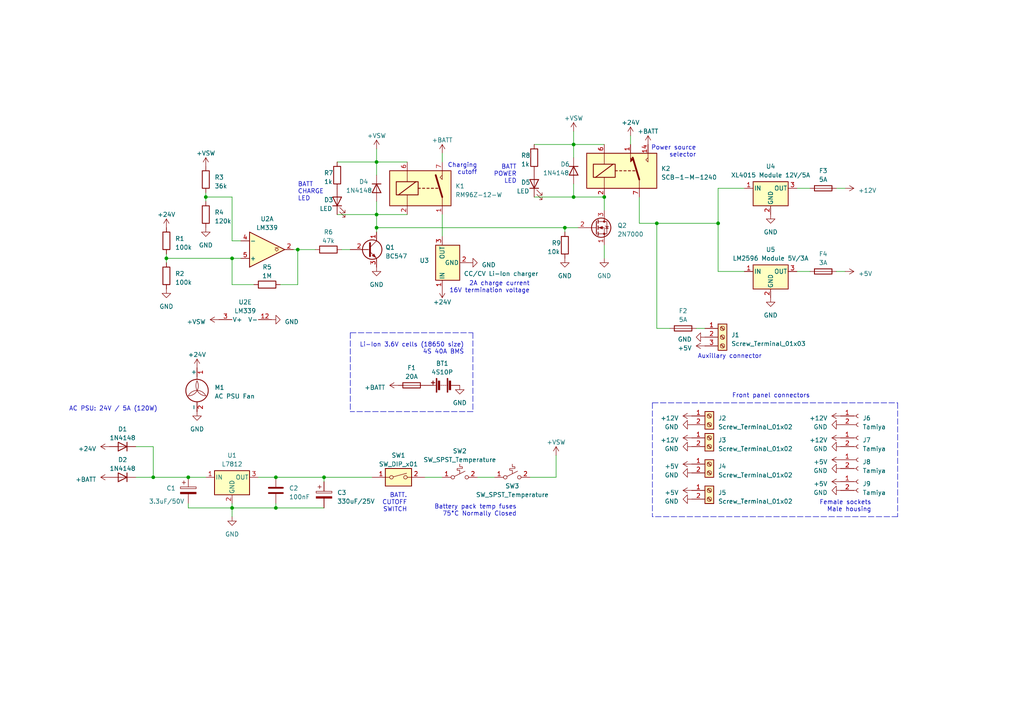
<source format=kicad_sch>
(kicad_sch (version 20210126) (generator eeschema)
  (paper "A4")
  (title_block (title "Secondlife UPS C40") (date "2021-04-10") (rev "rev 1") (company "SHILL.GQ") (comment 1 "AC PSU 24V / 5A (120W) connected to +24V"))
  (lib_symbols
    (symbol "Comparator:LM339" (pin_names (offset 0.127))
      (property "Reference" "U" (at 0 5.08 0))
      (property "Value" "LM339" (at 0 -5.08 0))
      (symbol "LM339_1_1"
        (polyline (pts (xy 3.302 -0.508) (xy 2.794 -0.508) (xy 3.302 0) (xy 2.794 0.508) (xy 2.286 0) (xy 2.794 -0.508) (xy 2.286 -0.508)) (stroke (width 0.127)))
        (polyline (pts (xy -5.08 5.08) (xy 5.08 0) (xy -5.08 -5.08) (xy -5.08 5.08)) (stroke (width 0.254)) (fill (type background)))
        (pin open_collector line (at 7.62 0 180) (length 2.54) (name "~") (number "2"))
        (pin input line (at -7.62 -2.54 0) (length 2.54) (name "-") (number "4"))
        (pin input line (at -7.62 2.54 0) (length 2.54) (name "+") (number "5"))
      )
      (symbol "LM339_2_1"
        (polyline (pts (xy 3.302 -0.508) (xy 2.794 -0.508) (xy 3.302 0) (xy 2.794 0.508) (xy 2.286 0) (xy 2.794 -0.508) (xy 2.286 -0.508)) (stroke (width 0.127)))
        (polyline (pts (xy -5.08 5.08) (xy 5.08 0) (xy -5.08 -5.08) (xy -5.08 5.08)) (stroke (width 0.254)) (fill (type background)))
        (pin open_collector line (at 7.62 0 180) (length 2.54) (name "~") (number "1"))
        (pin input line (at -7.62 -2.54 0) (length 2.54) (name "-") (number "6"))
        (pin input line (at -7.62 2.54 0) (length 2.54) (name "+") (number "7"))
      )
      (symbol "LM339_3_1"
        (polyline (pts (xy 3.302 -0.508) (xy 2.794 -0.508) (xy 3.302 0) (xy 2.794 0.508) (xy 2.286 0) (xy 2.794 -0.508) (xy 2.286 -0.508)) (stroke (width 0.127)))
        (polyline (pts (xy -5.08 5.08) (xy 5.08 0) (xy -5.08 -5.08) (xy -5.08 5.08)) (stroke (width 0.254)) (fill (type background)))
        (pin input line (at -7.62 -2.54 0) (length 2.54) (name "-") (number "10"))
        (pin input line (at -7.62 2.54 0) (length 2.54) (name "+") (number "11"))
        (pin open_collector line (at 7.62 0 180) (length 2.54) (name "~") (number "13"))
      )
      (symbol "LM339_4_1"
        (polyline (pts (xy 3.302 -0.508) (xy 2.794 -0.508) (xy 3.302 0) (xy 2.794 0.508) (xy 2.286 0) (xy 2.794 -0.508) (xy 2.286 -0.508)) (stroke (width 0.127)))
        (polyline (pts (xy -5.08 5.08) (xy 5.08 0) (xy -5.08 -5.08) (xy -5.08 5.08)) (stroke (width 0.254)) (fill (type background)))
        (pin open_collector line (at 7.62 0 180) (length 2.54) (name "~") (number "14"))
        (pin input line (at -7.62 -2.54 0) (length 2.54) (name "-") (number "8"))
        (pin input line (at -7.62 2.54 0) (length 2.54) (name "+") (number "9"))
      )
      (symbol "LM339_5_1"
        (pin power_in line (at -2.54 -7.62 90) (length 3.81) (name "V-") (number "12"))
        (pin power_in line (at -2.54 7.62 270) (length 3.81) (name "V+") (number "3"))
      )
    )
    (symbol "Connector:Conn_01x02_Female" (pin_names (offset 1.016) hide)
      (property "Reference" "J" (at 0 2.54 0))
      (property "Value" "Conn_01x02_Female" (at 0 -5.08 0))
      (symbol "Conn_01x02_Female_1_1"
        (arc (start 0 -2.032) (end 0 -3.048) (radius (at 0 -2.54) (length 0.508) (angles 90.1 -90.1)) (stroke (width 0.1524)))
        (arc (start 0 0.508) (end 0 -0.508) (radius (at 0 0) (length 0.508) (angles 90.1 -90.1)) (stroke (width 0.1524)))
        (polyline (pts (xy -1.27 -2.54) (xy -0.508 -2.54)) (stroke (width 0.1524)))
        (polyline (pts (xy -1.27 0) (xy -0.508 0)) (stroke (width 0.1524)))
        (pin passive line (at -5.08 0 0) (length 3.81) (name "Pin_1") (number "1"))
        (pin passive line (at -5.08 -2.54 0) (length 3.81) (name "Pin_2") (number "2"))
      )
    )
    (symbol "Connector:Screw_Terminal_01x02" (pin_names (offset 1.016) hide)
      (property "Reference" "J" (at 0 2.54 0))
      (property "Value" "Screw_Terminal_01x02" (at 0 -5.08 0))
      (symbol "Screw_Terminal_01x02_1_1"
        (circle (center 0 -2.54) (radius 0.635) (stroke (width 0.1524)))
        (circle (center 0 0) (radius 0.635) (stroke (width 0.1524)))
        (rectangle (start -1.27 1.27) (end 1.27 -3.81) (stroke (width 0.254)) (fill (type background)))
        (polyline (pts (xy -0.5334 -2.2098) (xy 0.3302 -3.048)) (stroke (width 0.1524)))
        (polyline (pts (xy -0.5334 0.3302) (xy 0.3302 -0.508)) (stroke (width 0.1524)))
        (polyline (pts (xy -0.3556 -2.032) (xy 0.508 -2.8702)) (stroke (width 0.1524)))
        (polyline (pts (xy -0.3556 0.508) (xy 0.508 -0.3302)) (stroke (width 0.1524)))
        (pin passive line (at -5.08 0 0) (length 3.81) (name "Pin_1") (number "1"))
        (pin passive line (at -5.08 -2.54 0) (length 3.81) (name "Pin_2") (number "2"))
      )
    )
    (symbol "Connector:Screw_Terminal_01x03" (pin_names (offset 1.016) hide)
      (property "Reference" "J" (at 0 5.08 0))
      (property "Value" "Screw_Terminal_01x03" (at 0 -5.08 0))
      (symbol "Screw_Terminal_01x03_1_1"
        (circle (center 0 -2.54) (radius 0.635) (stroke (width 0.1524)))
        (circle (center 0 0) (radius 0.635) (stroke (width 0.1524)))
        (circle (center 0 2.54) (radius 0.635) (stroke (width 0.1524)))
        (rectangle (start -1.27 3.81) (end 1.27 -3.81) (stroke (width 0.254)) (fill (type background)))
        (polyline (pts (xy -0.5334 -2.2098) (xy 0.3302 -3.048)) (stroke (width 0.1524)))
        (polyline (pts (xy -0.5334 0.3302) (xy 0.3302 -0.508)) (stroke (width 0.1524)))
        (polyline (pts (xy -0.5334 2.8702) (xy 0.3302 2.032)) (stroke (width 0.1524)))
        (polyline (pts (xy -0.3556 -2.032) (xy 0.508 -2.8702)) (stroke (width 0.1524)))
        (polyline (pts (xy -0.3556 0.508) (xy 0.508 -0.3302)) (stroke (width 0.1524)))
        (polyline (pts (xy -0.3556 3.048) (xy 0.508 2.2098)) (stroke (width 0.1524)))
        (pin passive line (at -5.08 2.54 0) (length 3.81) (name "Pin_1") (number "1"))
        (pin passive line (at -5.08 0 0) (length 3.81) (name "Pin_2") (number "2"))
        (pin passive line (at -5.08 -2.54 0) (length 3.81) (name "Pin_3") (number "3"))
      )
    )
    (symbol "Device:Battery" (pin_numbers hide) (pin_names (offset 0) hide)
      (property "Reference" "BT" (at 2.54 2.54 0))
      (property "Value" "Battery" (at 2.54 0 0))
      (symbol "Battery_0_1"
        (rectangle (start -2.032 -1.397) (end 2.032 -1.651) (fill (type outline)))
        (rectangle (start -2.032 1.778) (end 2.032 1.524) (fill (type outline)))
        (rectangle (start -1.3208 -1.9812) (end 1.27 -2.4892) (fill (type outline)))
        (rectangle (start -1.3208 1.1938) (end 1.27 0.6858) (fill (type outline)))
        (polyline (pts (xy 0 -1.524) (xy 0 -1.27)))
        (polyline (pts (xy 0 -1.016) (xy 0 -0.762)))
        (polyline (pts (xy 0 -0.508) (xy 0 -0.254)))
        (polyline (pts (xy 0 0) (xy 0 0.254)))
        (polyline (pts (xy 0 0.508) (xy 0 0.762)))
        (polyline (pts (xy 0 1.778) (xy 0 2.54)))
        (polyline (pts (xy 0.254 2.667) (xy 1.27 2.667)) (stroke (width 0.254)))
        (polyline (pts (xy 0.762 3.175) (xy 0.762 2.159)) (stroke (width 0.254)))
      )
      (symbol "Battery_1_1"
        (pin passive line (at 0 5.08 270) (length 2.54) (name "+") (number "1"))
        (pin passive line (at 0 -5.08 90) (length 2.54) (name "-") (number "2"))
      )
    )
    (symbol "Device:C" (pin_numbers hide) (pin_names (offset 0.254))
      (property "Reference" "C" (at 0.635 2.54 0))
      (property "Value" "C" (at 0.635 -2.54 0))
      (symbol "C_0_1"
        (polyline (pts (xy -2.032 -0.762) (xy 2.032 -0.762)) (stroke (width 0.508)))
        (polyline (pts (xy -2.032 0.762) (xy 2.032 0.762)) (stroke (width 0.508)))
      )
      (symbol "C_1_1"
        (pin passive line (at 0 3.81 270) (length 2.794) (name "~") (number "1"))
        (pin passive line (at 0 -3.81 90) (length 2.794) (name "~") (number "2"))
      )
    )
    (symbol "Device:C_Polarized" (pin_numbers hide) (pin_names (offset 0.254))
      (property "Reference" "C" (at 0.635 2.54 0))
      (property "Value" "C_Polarized" (at 0.635 -2.54 0))
      (symbol "C_Polarized_0_1"
        (rectangle (start -2.286 0.508) (end 2.286 1.016))
        (rectangle (start 2.286 -0.508) (end -2.286 -1.016) (fill (type outline)))
        (polyline (pts (xy -1.778 2.286) (xy -0.762 2.286)))
        (polyline (pts (xy -1.27 2.794) (xy -1.27 1.778)))
      )
      (symbol "C_Polarized_1_1"
        (pin passive line (at 0 3.81 270) (length 2.794) (name "~") (number "1"))
        (pin passive line (at 0 -3.81 90) (length 2.794) (name "~") (number "2"))
      )
    )
    (symbol "Device:Fuse" (pin_numbers hide) (pin_names (offset 0))
      (property "Reference" "F" (at 2.032 0 90))
      (property "Value" "Fuse" (at -1.905 0 90))
      (symbol "Fuse_0_1"
        (rectangle (start -0.762 -2.54) (end 0.762 2.54) (stroke (width 0.254)))
        (polyline (pts (xy 0 2.54) (xy 0 -2.54)))
      )
      (symbol "Fuse_1_1"
        (pin passive line (at 0 3.81 270) (length 1.27) (name "~") (number "1"))
        (pin passive line (at 0 -3.81 90) (length 1.27) (name "~") (number "2"))
      )
    )
    (symbol "Device:LED" (pin_numbers hide) (pin_names (offset 1.016) hide)
      (property "Reference" "D" (at 0 2.54 0))
      (property "Value" "LED" (at 0 -2.54 0))
      (symbol "LED_0_1"
        (polyline (pts (xy -1.27 -1.27) (xy -1.27 1.27)) (stroke (width 0.254)))
        (polyline (pts (xy -1.27 0) (xy 1.27 0)))
        (polyline (pts (xy 1.27 -1.27) (xy 1.27 1.27) (xy -1.27 0) (xy 1.27 -1.27)) (stroke (width 0.254)))
        (polyline (pts (xy -3.048 -0.762) (xy -4.572 -2.286) (xy -3.81 -2.286) (xy -4.572 -2.286) (xy -4.572 -1.524)))
        (polyline (pts (xy -1.778 -0.762) (xy -3.302 -2.286) (xy -2.54 -2.286) (xy -3.302 -2.286) (xy -3.302 -1.524)))
      )
      (symbol "LED_1_1"
        (pin passive line (at -3.81 0 0) (length 2.54) (name "K") (number "1"))
        (pin passive line (at 3.81 0 180) (length 2.54) (name "A") (number "2"))
      )
    )
    (symbol "Device:R" (pin_numbers hide) (pin_names (offset 0))
      (property "Reference" "R" (at 2.032 0 90))
      (property "Value" "R" (at 0 0 90))
      (symbol "R_0_1"
        (rectangle (start -1.016 -2.54) (end 1.016 2.54) (stroke (width 0.254)))
      )
      (symbol "R_1_1"
        (pin passive line (at 0 3.81 270) (length 1.27) (name "~") (number "1"))
        (pin passive line (at 0 -3.81 90) (length 1.27) (name "~") (number "2"))
      )
    )
    (symbol "Diode:1N4148" (pin_numbers hide) (pin_names (offset 1.016) hide)
      (property "Reference" "D" (at 0 2.54 0))
      (property "Value" "1N4148" (at 0 -2.54 0))
      (symbol "1N4148_0_1"
        (polyline (pts (xy -1.27 1.27) (xy -1.27 -1.27)) (stroke (width 0.254)))
        (polyline (pts (xy 1.27 0) (xy -1.27 0)))
        (polyline (pts (xy 1.27 1.27) (xy 1.27 -1.27) (xy -1.27 0) (xy 1.27 1.27)) (stroke (width 0.254)))
      )
      (symbol "1N4148_1_1"
        (pin passive line (at -3.81 0 0) (length 2.54) (name "K") (number "1"))
        (pin passive line (at 3.81 0 180) (length 2.54) (name "A") (number "2"))
      )
    )
    (symbol "Motor:Fan" (pin_names (offset 0))
      (property "Reference" "M" (at 2.54 5.08 0))
      (property "Value" "Fan" (at 2.54 -2.54 0))
      (symbol "Fan_0_1"
        (arc (start 0 3.81) (end -2.54 -0.508) (radius (at -2.4892 2.3876) (length 2.8702) (angles 29.7 -91)))
        (arc (start -2.54 -0.508) (end 2.54 -0.508) (radius (at 0 -1.778) (length 2.8448) (angles 153.4 26.6)))
        (arc (start 2.54 -0.508) (end 0 3.81) (radius (at 2.6162 2.413) (length 2.921) (angles -91.5 151.9)))
        (circle (center 0 1.016) (radius 3.2512) (stroke (width 0.254)))
        (polyline (pts (xy 0 -5.08) (xy 0 -4.572)))
        (polyline (pts (xy 0 -2.2352) (xy 0 -2.6416)))
        (polyline (pts (xy 0 4.2672) (xy 0 4.6228)))
        (polyline (pts (xy 0 4.572) (xy 0 5.08)))
      )
      (symbol "Fan_1_1"
        (pin passive line (at 0 7.62 270) (length 2.54) (name "+") (number "1"))
        (pin passive line (at 0 -5.08 90) (length 2.54) (name "-") (number "2"))
      )
    )
    (symbol "Regulator_Linear:L7812" (pin_names (offset 0.254))
      (property "Reference" "U" (at -3.81 3.175 0))
      (property "Value" "L7812" (at 0 3.175 0))
      (symbol "L7812_0_1"
        (rectangle (start -5.08 1.905) (end 5.08 -5.08) (stroke (width 0.254)) (fill (type background)))
      )
      (symbol "L7812_1_1"
        (pin power_in line (at -7.62 0 0) (length 2.54) (name "IN") (number "1"))
        (pin power_in line (at 0 -7.62 90) (length 2.54) (name "GND") (number "2"))
        (pin power_out line (at 7.62 0 180) (length 2.54) (name "OUT") (number "3"))
      )
    )
    (symbol "Regulator_Switching:R-78E15-0.5" (pin_names (offset 0.254))
      (property "Reference" "U" (at -3.81 3.175 0))
      (property "Value" "R-78E15-0.5" (at 0 3.175 0))
      (symbol "R-78E15-0.5_0_1"
        (rectangle (start -5.08 1.905) (end 5.08 -5.08) (stroke (width 0.254)) (fill (type background)))
      )
      (symbol "R-78E15-0.5_1_1"
        (pin power_in line (at -7.62 0 0) (length 2.54) (name "IN") (number "1"))
        (pin power_in line (at 0 -7.62 90) (length 2.54) (name "GND") (number "2"))
        (pin power_out line (at 7.62 0 180) (length 2.54) (name "OUT") (number "3"))
      )
    )
    (symbol "Relay:DIPxx-1Axx-11x"
      (property "Reference" "K" (at 8.89 3.81 0))
      (property "Value" "DIPxx-1Axx-11x" (at 8.89 1.27 0))
      (symbol "DIPxx-1Axx-11x_0_0"
        (polyline (pts (xy 5.08 5.08) (xy 5.08 2.54) (xy 4.445 3.175) (xy 5.08 3.81)))
      )
      (symbol "DIPxx-1Axx-11x_0_1"
        (rectangle (start -8.255 1.905) (end -1.905 -1.905) (stroke (width 0.254)))
        (rectangle (start -10.16 5.08) (end 7.62 -5.08) (stroke (width 0.254)) (fill (type background)))
        (polyline (pts (xy -7.62 -1.905) (xy -2.54 1.905)) (stroke (width 0.254)))
        (polyline (pts (xy -5.08 -5.08) (xy -5.08 -1.905)))
        (polyline (pts (xy -5.08 5.08) (xy -5.08 1.905)))
        (polyline (pts (xy -1.905 0) (xy -1.27 0)) (stroke (width 0.254)))
        (polyline (pts (xy -0.635 0) (xy 0 0)) (stroke (width 0.254)))
        (polyline (pts (xy 0.635 0) (xy 1.27 0)) (stroke (width 0.254)))
        (polyline (pts (xy 1.905 0) (xy 2.54 0)) (stroke (width 0.254)))
        (polyline (pts (xy 3.175 0) (xy 3.81 0)) (stroke (width 0.254)))
        (polyline (pts (xy 5.08 -2.54) (xy 3.175 3.81)) (stroke (width 0.508)))
        (polyline (pts (xy 5.08 -2.54) (xy 5.08 -5.08)))
      )
      (symbol "DIPxx-1Axx-11x_1_1"
        (pin passive line (at 5.08 -7.62 90) (length 2.54) (name "~") (number "1"))
        (pin passive line (at 5.08 -7.62 90) (length 2.54) hide (name "~") (number "14"))
        (pin passive line (at -5.08 -7.62 90) (length 2.54) (name "~") (number "2"))
        (pin passive line (at -5.08 7.62 270) (length 2.54) (name "~") (number "6"))
        (pin passive line (at 5.08 7.62 270) (length 2.54) (name "~") (number "7"))
        (pin passive line (at 5.08 7.62 270) (length 2.54) hide (name "~") (number "8"))
      )
    )
    (symbol "Relay:DIPxx-1Cxx-51x"
      (property "Reference" "K" (at 11.43 3.81 0))
      (property "Value" "DIPxx-1Cxx-51x" (at 11.43 1.27 0))
      (symbol "DIPxx-1Cxx-51x_0_0"
        (polyline (pts (xy 7.62 5.08) (xy 7.62 2.54) (xy 6.985 3.175) (xy 7.62 3.81)))
        (polyline (pts (xy 2.54 5.08) (xy 2.54 2.54) (xy 3.175 3.175) (xy 2.54 3.81)) (fill (type outline)))
      )
      (symbol "DIPxx-1Cxx-51x_0_1"
        (rectangle (start -8.255 1.905) (end -1.905 -1.905) (stroke (width 0.254)))
        (rectangle (start -10.16 5.08) (end 10.16 -5.08) (stroke (width 0.254)) (fill (type background)))
        (polyline (pts (xy -7.62 -1.905) (xy -2.54 1.905)) (stroke (width 0.254)))
        (polyline (pts (xy -5.08 -5.08) (xy -5.08 -1.905)))
        (polyline (pts (xy -5.08 5.08) (xy -5.08 1.905)))
        (polyline (pts (xy -1.905 0) (xy -1.27 0)) (stroke (width 0.254)))
        (polyline (pts (xy -0.635 0) (xy 0 0)) (stroke (width 0.254)))
        (polyline (pts (xy 0.635 0) (xy 1.27 0)) (stroke (width 0.254)))
        (polyline (pts (xy 1.905 0) (xy 2.54 0)) (stroke (width 0.254)))
        (polyline (pts (xy 3.175 0) (xy 3.81 0)) (stroke (width 0.254)))
        (polyline (pts (xy 5.08 -2.54) (xy 3.175 3.81)) (stroke (width 0.508)))
        (polyline (pts (xy 5.08 -2.54) (xy 5.08 -5.08)))
      )
      (symbol "DIPxx-1Cxx-51x_1_1"
        (pin passive line (at 2.54 7.62 270) (length 2.54) (name "~") (number "1"))
        (pin passive line (at 7.62 7.62 270) (length 2.54) (name "~") (number "14"))
        (pin passive line (at -5.08 -7.62 90) (length 2.54) (name "~") (number "2"))
        (pin passive line (at -5.08 7.62 270) (length 2.54) (name "~") (number "6"))
        (pin passive line (at 5.08 -7.62 90) (length 2.54) (name "~") (number "7"))
        (pin passive line (at 5.08 -7.62 90) (length 2.54) hide (name "~") (number "8"))
      )
    )
    (symbol "Switch:SW_DIP_x01" (pin_names (offset 0) hide)
      (property "Reference" "SW" (at 0 3.81 0))
      (property "Value" "SW_DIP_x01" (at 0 -3.81 0))
      (symbol "SW_DIP_x01_0_0"
        (circle (center -2.032 0) (radius 0.508))
        (circle (center 2.032 0) (radius 0.508))
        (polyline (pts (xy -1.524 0.127) (xy 2.3622 1.1684)))
      )
      (symbol "SW_DIP_x01_0_1"
        (rectangle (start -3.81 2.54) (end 3.81 -2.54) (stroke (width 0.254)) (fill (type background)))
      )
      (symbol "SW_DIP_x01_1_1"
        (pin passive line (at -7.62 0 0) (length 5.08) (name "~") (number "1"))
        (pin passive line (at 7.62 0 180) (length 5.08) (name "~") (number "2"))
      )
    )
    (symbol "Switch:SW_SPST_Temperature" (pin_names (offset 0) hide)
      (property "Reference" "SW" (at 1.778 3.048 0))
      (property "Value" "SW_SPST_Temperature" (at 0 -2.54 0))
      (symbol "SW_SPST_Temperature_0_0"
        (circle (center -2.032 0) (radius 0.508))
        (circle (center 2.032 0) (radius 0.508))
        (polyline (pts (xy -1.524 0.254) (xy 1.524 1.778)))
        (polyline (pts (xy 0 1.016) (xy 0 2.032) (xy -0.762 2.032) (xy -0.762 2.54) (xy 0.762 2.54) (xy 0.762 3.048) (xy 0 3.048) (xy 0 3.81)))
      )
      (symbol "SW_SPST_Temperature_1_1"
        (pin passive line (at -5.08 0 0) (length 2.54) (name "A") (number "1"))
        (pin passive line (at 5.08 0 180) (length 2.54) (name "B") (number "2"))
      )
    )
    (symbol "Transistor_BJT:BC547" (pin_names (offset 0) hide)
      (property "Reference" "Q" (at 5.08 1.905 0))
      (property "Value" "BC547" (at 5.08 0 0))
      (symbol "BC547_0_1"
        (circle (center 1.27 0) (radius 2.8194) (stroke (width 0.254)))
        (polyline (pts (xy 0 0) (xy 0.635 0)))
        (polyline (pts (xy 0.635 0.635) (xy 2.54 2.54)))
        (polyline (pts (xy 0.635 -0.635) (xy 2.54 -2.54) (xy 2.54 -2.54)))
        (polyline (pts (xy 0.635 1.905) (xy 0.635 -1.905) (xy 0.635 -1.905)) (stroke (width 0.508)))
        (polyline (pts (xy 1.27 -1.778) (xy 1.778 -1.27) (xy 2.286 -2.286) (xy 1.27 -1.778) (xy 1.27 -1.778)) (fill (type outline)))
      )
      (symbol "BC547_1_1"
        (pin passive line (at 2.54 5.08 270) (length 2.54) (name "C") (number "1"))
        (pin input line (at -5.08 0 0) (length 5.08) (name "B") (number "2"))
        (pin passive line (at 2.54 -5.08 90) (length 2.54) (name "E") (number "3"))
      )
    )
    (symbol "Transistor_FET:2N7000" (pin_names hide)
      (property "Reference" "Q" (at 5.08 1.905 0))
      (property "Value" "2N7000" (at 5.08 0 0))
      (symbol "2N7000_0_1"
        (circle (center 1.651 0) (radius 2.794) (stroke (width 0.254)))
        (circle (center 2.54 -1.778) (radius 0.254) (fill (type outline)))
        (circle (center 2.54 1.778) (radius 0.254) (fill (type outline)))
        (polyline (pts (xy 0.254 0) (xy -2.54 0)))
        (polyline (pts (xy 0.254 1.905) (xy 0.254 -1.905)) (stroke (width 0.254)))
        (polyline (pts (xy 0.762 -1.27) (xy 0.762 -2.286)) (stroke (width 0.254)))
        (polyline (pts (xy 0.762 0.508) (xy 0.762 -0.508)) (stroke (width 0.254)))
        (polyline (pts (xy 0.762 2.286) (xy 0.762 1.27)) (stroke (width 0.254)))
        (polyline (pts (xy 2.54 2.54) (xy 2.54 1.778)))
        (polyline (pts (xy 2.54 -2.54) (xy 2.54 0) (xy 0.762 0)))
        (polyline (pts (xy 0.762 -1.778) (xy 3.302 -1.778) (xy 3.302 1.778) (xy 0.762 1.778)))
        (polyline (pts (xy 2.794 0.508) (xy 2.921 0.381) (xy 3.683 0.381) (xy 3.81 0.254)))
        (polyline (pts (xy 3.302 0.381) (xy 2.921 -0.254) (xy 3.683 -0.254) (xy 3.302 0.381)))
        (polyline (pts (xy 1.016 0) (xy 2.032 0.381) (xy 2.032 -0.381) (xy 1.016 0)) (fill (type outline)))
      )
      (symbol "2N7000_1_1"
        (pin passive line (at 2.54 -5.08 90) (length 2.54) (name "S") (number "1"))
        (pin input line (at -5.08 0 0) (length 2.54) (name "G") (number "2"))
        (pin passive line (at 2.54 5.08 270) (length 2.54) (name "D") (number "3"))
      )
    )
    (symbol "power:+12V" (power) (pin_names (offset 0))
      (property "Value" "+12V" (at 0 3.556 0))
      (symbol "+12V_0_1"
        (polyline (pts (xy -0.762 1.27) (xy 0 2.54)))
        (polyline (pts (xy 0 0) (xy 0 2.54)))
        (polyline (pts (xy 0 2.54) (xy 0.762 1.27)))
      )
      (symbol "+12V_1_1"
        (pin power_in line (at 0 0 90) (length 0) hide (name "+12V") (number "1"))
      )
    )
    (symbol "power:+24V" (power) (pin_names (offset 0))
      (property "Value" "+24V" (at 0 3.556 0))
      (symbol "+24V_0_1"
        (polyline (pts (xy -0.762 1.27) (xy 0 2.54)))
        (polyline (pts (xy 0 0) (xy 0 2.54)))
        (polyline (pts (xy 0 2.54) (xy 0.762 1.27)))
      )
      (symbol "+24V_1_1"
        (pin power_in line (at 0 0 90) (length 0) hide (name "+24V") (number "1"))
      )
    )
    (symbol "power:+5V" (power) (pin_names (offset 0))
      (property "Value" "+5V" (at 0 3.556 0))
      (symbol "+5V_0_1"
        (polyline (pts (xy -0.762 1.27) (xy 0 2.54)))
        (polyline (pts (xy 0 0) (xy 0 2.54)))
        (polyline (pts (xy 0 2.54) (xy 0.762 1.27)))
      )
      (symbol "+5V_1_1"
        (pin power_in line (at 0 0 90) (length 0) hide (name "+5V") (number "1"))
      )
    )
    (symbol "power:+BATT" (power) (pin_names (offset 0))
      (property "Value" "+BATT" (at 0 3.556 0))
      (symbol "+BATT_0_1"
        (polyline (pts (xy -0.762 1.27) (xy 0 2.54)))
        (polyline (pts (xy 0 0) (xy 0 2.54)))
        (polyline (pts (xy 0 2.54) (xy 0.762 1.27)))
      )
      (symbol "+BATT_1_1"
        (pin power_in line (at 0 0 90) (length 0) hide (name "+BATT") (number "1"))
      )
    )
    (symbol "power:+VSW" (power) (pin_names (offset 0))
      (property "Value" "+VSW" (at 0 3.556 0))
      (symbol "+VSW_0_1"
        (polyline (pts (xy -0.762 1.27) (xy 0 2.54)))
        (polyline (pts (xy 0 0) (xy 0 2.54)))
        (polyline (pts (xy 0 2.54) (xy 0.762 1.27)))
      )
      (symbol "+VSW_1_1"
        (pin power_in line (at 0 0 90) (length 0) hide (name "+VSW") (number "1"))
      )
    )
    (symbol "power:GND" (power) (pin_names (offset 0))
      (property "Value" "GND" (at 0 -3.81 0))
      (symbol "GND_0_1"
        (polyline (pts (xy 0 0) (xy 0 -1.27) (xy 1.27 -1.27) (xy 0 -2.54) (xy -1.27 -1.27) (xy 0 -1.27)))
      )
      (symbol "GND_1_1"
        (pin power_in line (at 0 0 270) (length 0) hide (name "GND") (number "1"))
      )
    )
  )
  (junction (at 44.45 138.43) (diameter 0.9144))
  (junction (at 48.26 74.93) (diameter 0.9144))
  (junction (at 54.61 138.43) (diameter 0.9144))
  (junction (at 59.69 57.15) (diameter 0.9144))
  (junction (at 67.31 74.93) (diameter 0.9144))
  (junction (at 67.31 147.32) (diameter 0.9144))
  (junction (at 80.01 138.43) (diameter 0.9144))
  (junction (at 80.01 147.32) (diameter 0.9144))
  (junction (at 86.36 72.39) (diameter 0.9144))
  (junction (at 93.98 138.43) (diameter 0.9144))
  (junction (at 109.22 46.99) (diameter 0.9144))
  (junction (at 109.22 62.23) (diameter 0.9144))
  (junction (at 109.22 66.04) (diameter 0.9144))
  (junction (at 163.83 66.04) (diameter 0.9144))
  (junction (at 166.37 41.91) (diameter 0.9144))
  (junction (at 166.37 57.15) (diameter 0.9144))
  (junction (at 175.26 57.15) (diameter 0.9144))
  (junction (at 190.5 64.77) (diameter 0.9144))
  (junction (at 208.28 64.77) (diameter 0.9144))
  (wire (pts (xy 39.37 129.54) (xy 44.45 129.54)))
  (wire (pts (xy 39.37 138.43) (xy 44.45 138.43)))
  (wire (pts (xy 44.45 129.54) (xy 44.45 138.43)))
  (wire (pts (xy 44.45 138.43) (xy 54.61 138.43)))
  (wire (pts (xy 48.26 73.66) (xy 48.26 74.93)))
  (wire (pts (xy 48.26 74.93) (xy 48.26 76.2)))
  (wire (pts (xy 48.26 74.93) (xy 67.31 74.93)))
  (wire (pts (xy 54.61 138.43) (xy 59.69 138.43)))
  (wire (pts (xy 54.61 146.05) (xy 54.61 147.32)))
  (wire (pts (xy 54.61 147.32) (xy 67.31 147.32)))
  (wire (pts (xy 59.69 55.88) (xy 59.69 57.15)))
  (wire (pts (xy 59.69 57.15) (xy 59.69 58.42)))
  (wire (pts (xy 59.69 57.15) (xy 67.31 57.15)))
  (wire (pts (xy 67.31 69.85) (xy 67.31 57.15)))
  (wire (pts (xy 67.31 74.93) (xy 69.85 74.93)))
  (wire (pts (xy 67.31 82.55) (xy 67.31 74.93)))
  (wire (pts (xy 67.31 146.05) (xy 67.31 147.32)))
  (wire (pts (xy 67.31 147.32) (xy 67.31 149.86)))
  (wire (pts (xy 67.31 147.32) (xy 80.01 147.32)))
  (wire (pts (xy 69.85 69.85) (xy 67.31 69.85)))
  (wire (pts (xy 73.66 82.55) (xy 67.31 82.55)))
  (wire (pts (xy 74.93 138.43) (xy 80.01 138.43)))
  (wire (pts (xy 80.01 138.43) (xy 93.98 138.43)))
  (wire (pts (xy 80.01 146.05) (xy 80.01 147.32)))
  (wire (pts (xy 80.01 147.32) (xy 93.98 147.32)))
  (wire (pts (xy 81.28 82.55) (xy 86.36 82.55)))
  (wire (pts (xy 85.09 72.39) (xy 86.36 72.39)))
  (wire (pts (xy 86.36 72.39) (xy 91.44 72.39)))
  (wire (pts (xy 86.36 82.55) (xy 86.36 72.39)))
  (wire (pts (xy 93.98 138.43) (xy 93.98 139.7)))
  (wire (pts (xy 93.98 138.43) (xy 107.95 138.43)))
  (wire (pts (xy 97.79 46.99) (xy 109.22 46.99)))
  (wire (pts (xy 97.79 62.23) (xy 109.22 62.23)))
  (wire (pts (xy 99.06 72.39) (xy 101.6 72.39)))
  (wire (pts (xy 109.22 43.18) (xy 109.22 46.99)))
  (wire (pts (xy 109.22 46.99) (xy 109.22 50.8)))
  (wire (pts (xy 109.22 62.23) (xy 109.22 58.42)))
  (wire (pts (xy 109.22 62.23) (xy 109.22 66.04)))
  (wire (pts (xy 109.22 66.04) (xy 109.22 67.31)))
  (wire (pts (xy 109.22 66.04) (xy 163.83 66.04)))
  (wire (pts (xy 118.11 46.99) (xy 109.22 46.99)))
  (wire (pts (xy 118.11 62.23) (xy 109.22 62.23)))
  (wire (pts (xy 123.19 138.43) (xy 128.27 138.43)))
  (wire (pts (xy 128.27 44.45) (xy 128.27 46.99)))
  (wire (pts (xy 128.27 62.23) (xy 128.27 68.58)))
  (wire (pts (xy 138.43 138.43) (xy 143.51 138.43)))
  (wire (pts (xy 153.67 138.43) (xy 161.29 138.43)))
  (wire (pts (xy 154.94 41.91) (xy 166.37 41.91)))
  (wire (pts (xy 154.94 57.15) (xy 166.37 57.15)))
  (wire (pts (xy 161.29 138.43) (xy 161.29 132.08)))
  (wire (pts (xy 163.83 66.04) (xy 163.83 67.31)))
  (wire (pts (xy 163.83 66.04) (xy 167.64 66.04)))
  (wire (pts (xy 166.37 38.1) (xy 166.37 41.91)))
  (wire (pts (xy 166.37 41.91) (xy 166.37 45.72)))
  (wire (pts (xy 166.37 57.15) (xy 166.37 53.34)))
  (wire (pts (xy 175.26 41.91) (xy 166.37 41.91)))
  (wire (pts (xy 175.26 57.15) (xy 166.37 57.15)))
  (wire (pts (xy 175.26 57.15) (xy 175.26 60.96)))
  (wire (pts (xy 175.26 71.12) (xy 175.26 74.93)))
  (wire (pts (xy 182.88 39.37) (xy 182.88 41.91)))
  (wire (pts (xy 185.42 57.15) (xy 185.42 64.77)))
  (wire (pts (xy 185.42 64.77) (xy 190.5 64.77)))
  (wire (pts (xy 190.5 64.77) (xy 190.5 95.25)))
  (wire (pts (xy 190.5 95.25) (xy 194.31 95.25)))
  (wire (pts (xy 201.93 95.25) (xy 204.47 95.25)))
  (wire (pts (xy 208.28 54.61) (xy 208.28 64.77)))
  (wire (pts (xy 208.28 64.77) (xy 190.5 64.77)))
  (wire (pts (xy 208.28 64.77) (xy 208.28 78.74)))
  (wire (pts (xy 208.28 78.74) (xy 215.9 78.74)))
  (wire (pts (xy 215.9 54.61) (xy 208.28 54.61)))
  (wire (pts (xy 231.14 54.61) (xy 234.95 54.61)))
  (wire (pts (xy 231.14 78.74) (xy 234.95 78.74)))
  (wire (pts (xy 242.57 54.61) (xy 245.11 54.61)))
  (wire (pts (xy 242.57 78.74) (xy 245.11 78.74)))
  (polyline (pts (xy 101.6 96.52) (xy 101.6 119.38)) (stroke (width 0) (type dash)))
  (polyline (pts (xy 101.6 96.52) (xy 137.16 96.52)) (stroke (width 0) (type dash)))
  (polyline (pts (xy 137.16 96.52) (xy 137.16 119.38)) (stroke (width 0) (type dash)))
  (polyline (pts (xy 137.16 119.38) (xy 101.6 119.38)) (stroke (width 0) (type dash)))
  (polyline (pts (xy 189.23 116.84) (xy 189.23 149.86)) (stroke (width 0) (type dash)))
  (polyline (pts (xy 189.23 116.84) (xy 260.35 116.84)) (stroke (width 0) (type dash)))
  (polyline (pts (xy 260.35 116.84) (xy 260.35 149.86)) (stroke (width 0) (type dash)))
  (polyline (pts (xy 260.35 149.86) (xy 189.23 149.86)) (stroke (width 0) (type dash)))
  (text "AC PSU: 24V / 5A (120W)\n" (at 45.72 119.38 180) (effects (font (size 1.27 1.27)) (justify right bottom)))
  (text "BATT\nCHARGE\nLED" (at 86.36 58.42 0) (effects (font (size 1.27 1.27)) (justify left bottom)))
  (text "BATT.\nCUTOFF\nSWITCH" (at 118.11 148.59 180) (effects (font (size 1.27 1.27)) (justify right bottom)))
  (text "Li-Ion 3.6V cells (18650 size)\n4S 40A BMS" (at 134.62 102.87 180) (effects (font (size 1.27 1.27)) (justify right bottom)))
  (text "Charging\ncutoff" (at 138.43 50.8 180) (effects (font (size 1.27 1.27)) (justify right bottom)))
  (text "BATT\nPOWER\nLED" (at 149.86 53.34 180) (effects (font (size 1.27 1.27)) (justify right bottom)))
  (text "Battery pack temp fuses\n75°C Normally Closed" (at 149.86 149.86 180) (effects (font (size 1.27 1.27)) (justify right bottom)))
  (text "2A charge current\n16V termination voltage" (at 153.67 85.09 180) (effects (font (size 1.27 1.27)) (justify right bottom)))
  (text "Power source\nselector" (at 201.93 45.72 180) (effects (font (size 1.27 1.27)) (justify right bottom)))
  (text "Auxillary connector" (at 220.98 104.14 180) (effects (font (size 1.27 1.27)) (justify right bottom)))
  (text "Front panel connectors" (at 234.95 115.57 180) (effects (font (size 1.27 1.27)) (justify right bottom)))
  (text "Female sockets\nMale housing" (at 252.73 148.59 180) (effects (font (size 1.27 1.27)) (justify right bottom)))
  (symbol (lib_id "power:+24V") (at 31.75 129.54 90) (unit 1)
    (property "Reference" "#PWR?" (effects hide))
    (property "Value" "+24V" (at 27.94 130.1749 90) (effects (justify left)))
  )
  (symbol (lib_id "power:+BATT") (at 31.75 138.43 90) (unit 1)
    (property "Reference" "#PWR02" (effects hide))
    (property "Value" "+BATT" (at 27.94 139.0649 90) (effects (justify left)))
  )
  (symbol (lib_id "power:+24V") (at 48.26 66.04 0) (unit 1)
    (property "Reference" "#PWR03" (effects hide))
    (property "Value" "+24V" (at 48.26 62.23 0))
  )
  (symbol (lib_id "power:+24V") (at 57.15 106.68 0) (unit 1)
    (property "Reference" "#PWR05" (effects hide))
    (property "Value" "+24V" (at 57.15 102.87 0))
  )
  (symbol (lib_id "power:+VSW") (at 59.69 48.26 0) (unit 1)
    (property "Reference" "#PWR07" (effects hide))
    (property "Value" "+VSW" (at 59.69 44.45 0))
  )
  (symbol (lib_id "power:+VSW") (at 63.5 92.71 90) (unit 1)
    (property "Reference" "#PWR09" (effects hide))
    (property "Value" "+VSW" (at 59.69 93.3449 90) (effects (justify left)))
  )
  (symbol (lib_id "power:+VSW") (at 109.22 43.18 0) (unit 1)
    (property "Reference" "#PWR012" (effects hide))
    (property "Value" "+VSW" (at 109.22 39.37 0))
  )
  (symbol (lib_id "power:+BATT") (at 115.57 111.76 90) (unit 1)
    (property "Reference" "#PWR014" (effects hide))
    (property "Value" "+BATT" (at 111.76 112.3949 90) (effects (justify left)))
  )
  (symbol (lib_id "power:+BATT") (at 128.27 44.45 0) (unit 1)
    (property "Reference" "#PWR015" (effects hide))
    (property "Value" "+BATT" (at 128.27 40.64 0))
  )
  (symbol (lib_id "power:+24V") (at 128.27 83.82 180) (unit 1)
    (property "Reference" "#PWR016" (effects hide))
    (property "Value" "+24V" (at 128.27 87.63 0))
  )
  (symbol (lib_id "power:+VSW") (at 161.29 132.08 0) (unit 1)
    (property "Reference" "#PWR019" (effects hide))
    (property "Value" "+VSW" (at 161.29 128.27 0))
  )
  (symbol (lib_id "power:+VSW") (at 166.37 38.1 0) (unit 1)
    (property "Reference" "#PWR021" (effects hide))
    (property "Value" "+VSW" (at 166.37 34.29 0))
  )
  (symbol (lib_id "power:+24V") (at 182.88 39.37 0) (unit 1)
    (property "Reference" "#PWR023" (effects hide))
    (property "Value" "+24V" (at 182.88 35.56 0))
  )
  (symbol (lib_id "power:+BATT") (at 187.96 41.91 0) (unit 1)
    (property "Reference" "#PWR024" (effects hide))
    (property "Value" "+BATT" (at 187.96 38.1 0))
  )
  (symbol (lib_id "power:+12V") (at 200.66 120.65 90) (unit 1)
    (property "Reference" "#PWR027" (effects hide))
    (property "Value" "+12V" (at 196.85 121.2849 90) (effects (justify left)))
  )
  (symbol (lib_id "power:+12V") (at 200.66 127 90) (unit 1)
    (property "Reference" "#PWR029" (effects hide))
    (property "Value" "+12V" (at 196.85 127.6349 90) (effects (justify left)))
  )
  (symbol (lib_id "power:+5V") (at 200.66 134.62 90) (unit 1)
    (property "Reference" "#PWR031" (effects hide))
    (property "Value" "+5V" (at 196.85 135.2549 90) (effects (justify left)))
  )
  (symbol (lib_id "power:+5V") (at 200.66 142.24 90) (unit 1)
    (property "Reference" "#PWR033" (effects hide))
    (property "Value" "+5V" (at 196.85 142.8749 90) (effects (justify left)))
  )
  (symbol (lib_id "power:+5V") (at 204.47 100.33 90) (unit 1)
    (property "Reference" "#PWR026" (effects hide))
    (property "Value" "+5V" (at 200.66 100.9649 90) (effects (justify left)))
  )
  (symbol (lib_id "power:+12V") (at 243.84 120.65 90) (unit 1)
    (property "Reference" "#PWR039" (effects hide))
    (property "Value" "+12V" (at 240.03 121.2849 90) (effects (justify left)))
  )
  (symbol (lib_id "power:+12V") (at 243.84 127 90) (unit 1)
    (property "Reference" "#PWR041" (effects hide))
    (property "Value" "+12V" (at 240.03 127.6349 90) (effects (justify left)))
  )
  (symbol (lib_id "power:+5V") (at 243.84 133.35 90) (unit 1)
    (property "Reference" "#PWR?" (effects hide))
    (property "Value" "+5V" (at 240.03 133.9849 90) (effects (justify left)))
  )
  (symbol (lib_id "power:+5V") (at 243.84 139.7 90) (unit 1)
    (property "Reference" "#PWR?" (effects hide))
    (property "Value" "+5V" (at 240.03 140.3349 90) (effects (justify left)))
  )
  (symbol (lib_id "power:+12V") (at 245.11 54.61 270) (unit 1)
    (property "Reference" "#PWR037" (effects hide))
    (property "Value" "+12V" (at 248.92 55.2449 90) (effects (justify left)))
  )
  (symbol (lib_id "power:+5V") (at 245.11 78.74 270) (unit 1)
    (property "Reference" "#PWR038" (effects hide))
    (property "Value" "+5V" (at 248.92 79.3749 90) (effects (justify left)))
  )
  (symbol (lib_id "power:GND") (at 48.26 83.82 0) (unit 1)
    (property "Reference" "#PWR04" (effects hide))
    (property "Value" "GND" (at 48.26 88.9 0))
  )
  (symbol (lib_id "power:GND") (at 57.15 119.38 0) (unit 1)
    (property "Reference" "#PWR06" (effects hide))
    (property "Value" "GND" (at 57.15 124.46 0))
  )
  (symbol (lib_id "power:GND") (at 59.69 66.04 0) (unit 1)
    (property "Reference" "#PWR08" (effects hide))
    (property "Value" "GND" (at 59.69 71.12 0))
  )
  (symbol (lib_id "power:GND") (at 67.31 149.86 0) (unit 1)
    (property "Reference" "#PWR010" (effects hide))
    (property "Value" "GND" (at 67.31 154.94 0))
  )
  (symbol (lib_id "power:GND") (at 78.74 92.71 90) (unit 1)
    (property "Reference" "#PWR011" (effects hide))
    (property "Value" "GND" (at 82.55 93.3449 90) (effects (justify right)))
  )
  (symbol (lib_id "power:GND") (at 109.22 77.47 0) (unit 1)
    (property "Reference" "#PWR013" (effects hide))
    (property "Value" "GND" (at 109.22 82.55 0))
  )
  (symbol (lib_id "power:GND") (at 133.35 111.76 0) (unit 1)
    (property "Reference" "#PWR017" (effects hide))
    (property "Value" "GND" (at 133.35 116.84 0))
  )
  (symbol (lib_id "power:GND") (at 135.89 76.2 90) (unit 1)
    (property "Reference" "#PWR018" (effects hide))
    (property "Value" "GND" (at 139.7 76.8349 90) (effects (justify right)))
  )
  (symbol (lib_id "power:GND") (at 163.83 74.93 0) (unit 1)
    (property "Reference" "#PWR020" (effects hide))
    (property "Value" "GND" (at 163.83 80.01 0))
  )
  (symbol (lib_id "power:GND") (at 175.26 74.93 0) (unit 1)
    (property "Reference" "#PWR022" (effects hide))
    (property "Value" "GND" (at 175.26 80.01 0))
  )
  (symbol (lib_id "power:GND") (at 200.66 123.19 270) (unit 1)
    (property "Reference" "#PWR028" (effects hide))
    (property "Value" "GND" (at 196.85 123.8249 90) (effects (justify right)))
  )
  (symbol (lib_id "power:GND") (at 200.66 129.54 270) (unit 1)
    (property "Reference" "#PWR030" (effects hide))
    (property "Value" "GND" (at 196.85 130.1749 90) (effects (justify right)))
  )
  (symbol (lib_id "power:GND") (at 200.66 137.16 270) (unit 1)
    (property "Reference" "#PWR032" (effects hide))
    (property "Value" "GND" (at 196.85 137.7949 90) (effects (justify right)))
  )
  (symbol (lib_id "power:GND") (at 200.66 144.78 270) (unit 1)
    (property "Reference" "#PWR034" (effects hide))
    (property "Value" "GND" (at 196.85 145.4149 90) (effects (justify right)))
  )
  (symbol (lib_id "power:GND") (at 204.47 97.79 270) (unit 1)
    (property "Reference" "#PWR025" (effects hide))
    (property "Value" "GND" (at 200.66 98.4249 90) (effects (justify right)))
  )
  (symbol (lib_id "power:GND") (at 223.52 62.23 0) (unit 1)
    (property "Reference" "#PWR035" (effects hide))
    (property "Value" "GND" (at 223.52 67.31 0))
  )
  (symbol (lib_id "power:GND") (at 223.52 86.36 0) (unit 1)
    (property "Reference" "#PWR036" (effects hide))
    (property "Value" "GND" (at 223.52 91.44 0))
  )
  (symbol (lib_id "power:GND") (at 243.84 123.19 270) (unit 1)
    (property "Reference" "#PWR040" (effects hide))
    (property "Value" "GND" (at 240.03 123.8249 90) (effects (justify right)))
  )
  (symbol (lib_id "power:GND") (at 243.84 129.54 270) (unit 1)
    (property "Reference" "#PWR042" (effects hide))
    (property "Value" "GND" (at 240.03 130.1749 90) (effects (justify right)))
  )
  (symbol (lib_id "power:GND") (at 243.84 135.89 270) (unit 1)
    (property "Reference" "#PWR044" (effects hide))
    (property "Value" "GND" (at 240.03 136.5249 90) (effects (justify right)))
  )
  (symbol (lib_id "power:GND") (at 243.84 142.24 270) (unit 1)
    (property "Reference" "#PWR046" (effects hide))
    (property "Value" "GND" (at 240.03 142.8749 90) (effects (justify right)))
  )
  (symbol (lib_id "Comparator:LM339") (at 71.12 90.17 90) (unit 5)
    (property "Reference" "U2" (at 71.12 87.63 90))
    (property "Value" "LM339" (at 71.12 90.17 90))
    (property "Datasheet" "https://www.st.com/resource/en/datasheet/lm139.pdf" (effects hide))
  )
  (symbol (lib_id "Device:Fuse") (at 119.38 111.76 90) (unit 1)
    (property "Reference" "F1" (at 119.38 106.68 90))
    (property "Value" "20A" (at 119.38 109.22 90))
  )
  (symbol (lib_id "Device:Fuse") (at 198.12 95.25 90) (unit 1)
    (property "Reference" "F2" (at 198.12 90.17 90))
    (property "Value" "5A" (at 198.12 92.71 90))
  )
  (symbol (lib_id "Device:Fuse") (at 238.76 54.61 90) (unit 1)
    (property "Reference" "F3" (at 238.76 49.53 90))
    (property "Value" "5A" (at 238.76 52.07 90))
  )
  (symbol (lib_id "Device:Fuse") (at 238.76 78.74 270) (unit 1)
    (property "Reference" "F4" (at 238.76 73.66 90))
    (property "Value" "3A" (at 238.76 76.2 90))
  )
  (symbol (lib_id "Device:R") (at 48.26 69.85 0) (unit 1)
    (property "Reference" "R1" (at 50.8 69.2149 0) (effects (justify left)))
    (property "Value" "100k" (at 50.8 71.7549 0) (effects (justify left)))
  )
  (symbol (lib_id "Device:R") (at 48.26 80.01 0) (unit 1)
    (property "Reference" "R2" (at 50.8 79.3749 0) (effects (justify left)))
    (property "Value" "100k" (at 50.8 81.9149 0) (effects (justify left)))
  )
  (symbol (lib_id "Device:R") (at 59.69 52.07 0) (unit 1)
    (property "Reference" "R3" (at 62.23 51.4349 0) (effects (justify left)))
    (property "Value" "36k" (at 62.23 53.9749 0) (effects (justify left)))
  )
  (symbol (lib_id "Device:R") (at 59.69 62.23 0) (unit 1)
    (property "Reference" "R4" (at 62.23 61.5949 0) (effects (justify left)))
    (property "Value" "120k" (at 62.23 64.1349 0) (effects (justify left)))
  )
  (symbol (lib_id "Device:R") (at 77.47 82.55 90) (unit 1)
    (property "Reference" "R5" (at 77.47 77.47 90))
    (property "Value" "1M" (at 77.47 80.01 90))
  )
  (symbol (lib_id "Device:R") (at 95.25 72.39 90) (unit 1)
    (property "Reference" "R6" (at 95.25 67.31 90))
    (property "Value" "47k" (at 95.25 69.85 90))
  )
  (symbol (lib_id "Device:R") (at 97.79 50.8 180) (unit 1)
    (property "Reference" "R7" (at 93.98 50.1649 0) (effects (justify right)))
    (property "Value" "1k" (at 93.98 52.7049 0) (effects (justify right)))
  )
  (symbol (lib_id "Device:R") (at 154.94 45.72 180) (unit 1)
    (property "Reference" "R8" (at 151.13 45.0849 0) (effects (justify right)))
    (property "Value" "1k" (at 151.13 47.6249 0) (effects (justify right)))
  )
  (symbol (lib_id "Device:R") (at 163.83 71.12 180) (unit 1)
    (property "Reference" "R9" (at 160.02 70.4849 0) (effects (justify right)))
    (property "Value" "10k" (at 158.75 73.0249 0) (effects (justify right)))
  )
  (symbol (lib_id "Connector:Conn_01x02_Female") (at 248.92 120.65 0) (unit 1)
    (property "Reference" "J6" (at 250.19 121.2849 0) (effects (justify left)))
    (property "Value" "Tamiya" (at 250.19 123.8249 0) (effects (justify left)))
  )
  (symbol (lib_id "Connector:Conn_01x02_Female") (at 248.92 127 0) (unit 1)
    (property "Reference" "J7" (at 250.19 127.6349 0) (effects (justify left)))
    (property "Value" "Tamiya" (at 250.19 130.1749 0) (effects (justify left)))
  )
  (symbol (lib_id "Connector:Conn_01x02_Female") (at 248.92 133.35 0) (unit 1)
    (property "Reference" "J8" (at 250.19 133.9849 0) (effects (justify left)))
    (property "Value" "Tamiya" (at 250.19 136.5249 0) (effects (justify left)))
  )
  (symbol (lib_id "Connector:Conn_01x02_Female") (at 248.92 139.7 0) (unit 1)
    (property "Reference" "J9" (at 250.19 140.3349 0) (effects (justify left)))
    (property "Value" "Tamiya" (at 250.19 142.8749 0) (effects (justify left)))
  )
  (symbol (lib_id "Diode:1N4148") (at 35.56 129.54 180) (unit 1)
    (property "Reference" "D1" (at 35.56 124.46 0))
    (property "Value" "1N4148" (at 35.56 127 0))
    (property "Footprint" "Diode_THT:D_DO-35_SOD27_P7.62mm_Horizontal" (effects hide))
    (property "Datasheet" "https://assets.nexperia.com/documents/data-sheet/1N4148_1N4448.pdf" (effects hide))
  )
  (symbol (lib_id "Diode:1N4148") (at 35.56 138.43 180) (unit 1)
    (property "Reference" "D2" (at 35.56 133.35 0))
    (property "Value" "1N4148" (at 35.56 135.89 0))
    (property "Footprint" "Diode_THT:D_DO-35_SOD27_P7.62mm_Horizontal" (effects hide))
    (property "Datasheet" "https://assets.nexperia.com/documents/data-sheet/1N4148_1N4448.pdf" (effects hide))
  )
  (symbol (lib_id "Diode:1N4148") (at 109.22 54.61 270) (unit 1)
    (property "Reference" "D4" (at 104.14 52.7049 90) (effects (justify left)))
    (property "Value" "1N4148" (at 100.33 55.2449 90) (effects (justify left)))
    (property "Footprint" "Diode_THT:D_DO-35_SOD27_P7.62mm_Horizontal" (effects hide))
    (property "Datasheet" "https://assets.nexperia.com/documents/data-sheet/1N4148_1N4448.pdf" (effects hide))
  )
  (symbol (lib_id "Diode:1N4148") (at 166.37 49.53 270) (unit 1)
    (property "Reference" "D6" (at 162.56 47.6249 90) (effects (justify left)))
    (property "Value" "1N4148" (at 157.48 50.1649 90) (effects (justify left)))
    (property "Footprint" "Diode_THT:D_DO-35_SOD27_P7.62mm_Horizontal" (effects hide))
    (property "Datasheet" "https://assets.nexperia.com/documents/data-sheet/1N4148_1N4448.pdf" (effects hide))
  )
  (symbol (lib_id "Device:LED") (at 97.79 58.42 90) (unit 1)
    (property "Reference" "D3" (at 93.98 57.9754 90) (effects (justify right)))
    (property "Value" "LED" (at 92.71 60.5154 90) (effects (justify right)))
  )
  (symbol (lib_id "Device:LED") (at 154.94 53.34 90) (unit 1)
    (property "Reference" "D5" (at 151.13 52.8954 90) (effects (justify right)))
    (property "Value" "LED" (at 149.86 55.4354 90) (effects (justify right)))
  )
  (symbol (lib_id "Connector:Screw_Terminal_01x02") (at 205.74 120.65 0) (unit 1)
    (property "Reference" "J2" (at 208.28 121.2849 0) (effects (justify left)))
    (property "Value" "Screw_Terminal_01x02" (at 208.28 123.8249 0) (effects (justify left)))
  )
  (symbol (lib_id "Connector:Screw_Terminal_01x02") (at 205.74 127 0) (unit 1)
    (property "Reference" "J3" (at 208.28 127.6349 0) (effects (justify left)))
    (property "Value" "Screw_Terminal_01x02" (at 208.28 130.1749 0) (effects (justify left)))
  )
  (symbol (lib_id "Connector:Screw_Terminal_01x02") (at 205.74 134.62 0) (unit 1)
    (property "Reference" "J4" (at 208.28 135.2549 0) (effects (justify left)))
    (property "Value" "Screw_Terminal_01x02" (at 208.28 137.7949 0) (effects (justify left)))
  )
  (symbol (lib_id "Connector:Screw_Terminal_01x02") (at 205.74 142.24 0) (unit 1)
    (property "Reference" "J5" (at 208.28 142.8749 0) (effects (justify left)))
    (property "Value" "Screw_Terminal_01x02" (at 208.28 145.4149 0) (effects (justify left)))
  )
  (symbol (lib_id "Device:C_Polarized") (at 54.61 142.24 0) (unit 1)
    (property "Reference" "C1" (at 48.26 141.6049 0) (effects (justify left)))
    (property "Value" "3.3uF/50V" (at 43.18 145.4149 0) (effects (justify left)))
  )
  (symbol (lib_id "Device:C") (at 80.01 142.24 0) (unit 1)
    (property "Reference" "C2" (at 83.82 141.6049 0) (effects (justify left)))
    (property "Value" "100nF" (at 83.82 144.1449 0) (effects (justify left)))
  )
  (symbol (lib_id "Device:C_Polarized") (at 93.98 143.51 0) (unit 1)
    (property "Reference" "C3" (at 97.79 142.8749 0) (effects (justify left)))
    (property "Value" "330uF/25V" (at 97.79 145.4149 0) (effects (justify left)))
  )
  (symbol (lib_id "Device:Battery") (at 128.27 111.76 90) (unit 1)
    (property "Reference" "BT1" (at 128.27 105.41 90))
    (property "Value" "4S10P" (at 128.27 107.95 90))
  )
  (symbol (lib_id "Switch:SW_SPST_Temperature") (at 133.35 138.43 0) (unit 1)
    (property "Reference" "SW2" (at 133.35 130.81 0))
    (property "Value" "SW_SPST_Temperature" (at 133.35 133.35 0))
  )
  (symbol (lib_id "Switch:SW_SPST_Temperature") (at 148.59 138.43 0) (unit 1)
    (property "Reference" "SW3" (at 148.59 140.97 0))
    (property "Value" "SW_SPST_Temperature" (at 148.59 143.51 0))
  )
  (symbol (lib_id "Connector:Screw_Terminal_01x03") (at 209.55 97.79 0) (unit 1)
    (property "Reference" "J1" (at 212.09 97.1549 0) (effects (justify left)))
    (property "Value" "Screw_Terminal_01x03" (at 212.09 99.6949 0) (effects (justify left)))
  )
  (symbol (lib_id "Switch:SW_DIP_x01") (at 115.57 138.43 0) (unit 1)
    (property "Reference" "SW1" (at 115.57 132.08 0))
    (property "Value" "SW_DIP_x01" (at 115.57 134.62 0))
  )
  (symbol (lib_id "Motor:Fan") (at 57.15 114.3 0) (unit 1)
    (property "Reference" "M1" (at 62.23 112.3949 0) (effects (justify left)))
    (property "Value" "AC PSU Fan" (at 62.23 114.9349 0) (effects (justify left)))
  )
  (symbol (lib_id "Transistor_BJT:BC547") (at 106.68 72.39 0) (unit 1)
    (property "Reference" "Q1" (at 111.76 71.7549 0) (effects (justify left)))
    (property "Value" "BC547" (at 111.76 74.2949 0) (effects (justify left)))
    (property "Footprint" "Package_TO_SOT_THT:TO-92_Inline" (effects hide))
    (property "Datasheet" "https://www.onsemi.com/pub/Collateral/BC550-D.pdf" (effects hide))
  )
  (symbol (lib_id "Transistor_FET:2N7000") (at 172.72 66.04 0) (unit 1)
    (property "Reference" "Q2" (at 179.07 65.4049 0) (effects (justify left)))
    (property "Value" "2N7000" (at 179.07 67.9449 0) (effects (justify left)))
    (property "Footprint" "Package_TO_SOT_THT:TO-92_Inline" (effects hide))
    (property "Datasheet" "https://www.onsemi.com/pub/Collateral/NDS7002A-D.PDF" (effects hide))
  )
  (symbol (lib_id "Regulator_Linear:L7812") (at 67.31 138.43 0) (unit 1)
    (property "Reference" "U1" (at 67.31 132.08 0))
    (property "Value" "L7812" (at 67.31 134.62 0))
    (property "Datasheet" "http://www.st.com/content/ccc/resource/technical/document/datasheet/41/4f/b3/b0/12/d4/47/88/CD00000444.pdf/files/CD00000444.pdf/jcr:content/translations/en.CD00000444.pdf" (effects hide))
  )
  (symbol (lib_id "Regulator_Switching:R-78E15-0.5") (at 128.27 76.2 90) (unit 1)
    (property "Reference" "U3" (at 124.46 75.5649 90) (effects (justify left)))
    (property "Value" "CC/CV Li-Ion charger" (at 156.21 79.3749 90) (effects (justify left)))
  )
  (symbol (lib_id "Regulator_Switching:R-78E15-0.5") (at 223.52 54.61 0) (unit 1)
    (property "Reference" "U4" (at 223.52 48.26 0))
    (property "Value" "XL4015 Module 12V/5A" (at 223.52 50.8 0))
  )
  (symbol (lib_id "Regulator_Switching:R-78E15-0.5") (at 223.52 78.74 0) (unit 1)
    (property "Reference" "U5" (at 223.52 72.39 0))
    (property "Value" "LM2596 Module 5V/3A" (at 223.52 74.93 0))
  )
  (symbol (lib_id "Comparator:LM339") (at 77.47 72.39 0) (mirror x) (unit 1)
    (property "Reference" "U2" (at 77.47 63.5 0))
    (property "Value" "LM339" (at 77.47 66.04 0))
    (property "Datasheet" "https://www.st.com/resource/en/datasheet/lm139.pdf" (effects hide))
  )
  (symbol (lib_id "Relay:DIPxx-1Axx-11x") (at 123.19 54.61 0) (unit 1)
    (property "Reference" "K1" (at 132.08 53.9749 0) (effects (justify left)))
    (property "Value" "RM96Z-12-W" (at 132.08 56.5149 0) (effects (justify left)))
    (property "Footprint" "Relay_THT:Relay_StandexMeder_DIP_LowProfile" (effects hide))
    (property "Datasheet" "https://standexelectronics.com/wp-content/uploads/datasheet_reed_relay_DIP.pdf" (effects hide))
  )
  (symbol (lib_id "Relay:DIPxx-1Cxx-51x") (at 180.34 49.53 0) (unit 1)
    (property "Reference" "K2" (at 191.77 48.8949 0) (effects (justify left)))
    (property "Value" "SCB-1-M-1240" (at 191.77 51.4349 0) (effects (justify left)))
    (property "Footprint" "Relay_THT:Relay_StandexMeder_DIP_LowProfile" (effects hide))
    (property "Datasheet" "https://standexelectronics.com/wp-content/uploads/datasheet_reed_relay_DIP.pdf" (effects hide))
  )
)
</source>
